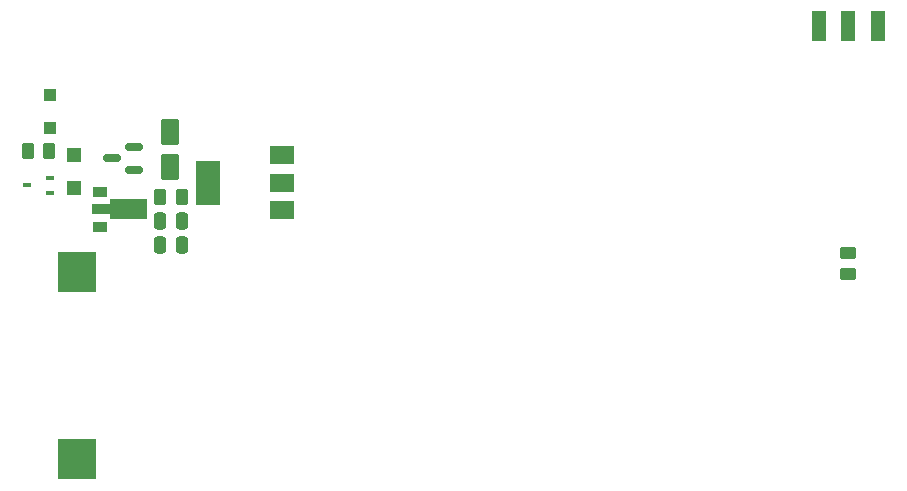
<source format=gbr>
%TF.GenerationSoftware,KiCad,Pcbnew,6.0.2+dfsg-1*%
%TF.CreationDate,2023-06-29T12:19:05-06:00*%
%TF.ProjectId,SpectDroneControl,53706563-7444-4726-9f6e-65436f6e7472,rev?*%
%TF.SameCoordinates,PXbc941f8PY5f519c8*%
%TF.FileFunction,Paste,Top*%
%TF.FilePolarity,Positive*%
%FSLAX46Y46*%
G04 Gerber Fmt 4.6, Leading zero omitted, Abs format (unit mm)*
G04 Created by KiCad (PCBNEW 6.0.2+dfsg-1) date 2023-06-29 12:19:05*
%MOMM*%
%LPD*%
G01*
G04 APERTURE LIST*
G04 Aperture macros list*
%AMRoundRect*
0 Rectangle with rounded corners*
0 $1 Rounding radius*
0 $2 $3 $4 $5 $6 $7 $8 $9 X,Y pos of 4 corners*
0 Add a 4 corners polygon primitive as box body*
4,1,4,$2,$3,$4,$5,$6,$7,$8,$9,$2,$3,0*
0 Add four circle primitives for the rounded corners*
1,1,$1+$1,$2,$3*
1,1,$1+$1,$4,$5*
1,1,$1+$1,$6,$7*
1,1,$1+$1,$8,$9*
0 Add four rect primitives between the rounded corners*
20,1,$1+$1,$2,$3,$4,$5,0*
20,1,$1+$1,$4,$5,$6,$7,0*
20,1,$1+$1,$6,$7,$8,$9,0*
20,1,$1+$1,$8,$9,$2,$3,0*%
%AMFreePoly0*
4,1,9,3.862500,-0.866500,0.737500,-0.866500,0.737500,-0.450000,-0.737500,-0.450000,-0.737500,0.450000,0.737500,0.450000,0.737500,0.866500,3.862500,0.866500,3.862500,-0.866500,3.862500,-0.866500,$1*%
G04 Aperture macros list end*
%ADD10RoundRect,0.250000X0.450000X-0.262500X0.450000X0.262500X-0.450000X0.262500X-0.450000X-0.262500X0*%
%ADD11R,1.100000X1.100000*%
%ADD12R,0.700000X0.450000*%
%ADD13R,3.300000X3.500000*%
%ADD14R,2.000000X1.500000*%
%ADD15R,2.000000X3.800000*%
%ADD16RoundRect,0.250000X-0.550000X0.850000X-0.550000X-0.850000X0.550000X-0.850000X0.550000X0.850000X0*%
%ADD17RoundRect,0.250000X-0.250000X-0.475000X0.250000X-0.475000X0.250000X0.475000X-0.250000X0.475000X0*%
%ADD18RoundRect,0.250000X0.250000X0.475000X-0.250000X0.475000X-0.250000X-0.475000X0.250000X-0.475000X0*%
%ADD19R,1.300000X0.900000*%
%ADD20FreePoly0,0.000000*%
%ADD21R,1.250000X2.500000*%
%ADD22RoundRect,0.250000X0.262500X0.450000X-0.262500X0.450000X-0.262500X-0.450000X0.262500X-0.450000X0*%
%ADD23R,1.200000X1.200000*%
%ADD24RoundRect,0.150000X0.587500X0.150000X-0.587500X0.150000X-0.587500X-0.150000X0.587500X-0.150000X0*%
G04 APERTURE END LIST*
D10*
%TO.C,R1*%
X-22860000Y7723500D03*
X-22860000Y9548500D03*
%TD*%
D11*
%TO.C,D2*%
X-90474800Y20063000D03*
X-90474800Y22863000D03*
%TD*%
D12*
%TO.C,Q2*%
X-90440000Y14590000D03*
X-90440000Y15890000D03*
X-92440000Y15240000D03*
%TD*%
D13*
%TO.C,BT1*%
X-88138000Y-7900000D03*
X-88138000Y7900000D03*
%TD*%
D14*
%TO.C,U2*%
X-70814600Y13169900D03*
D15*
X-77114600Y15469900D03*
D14*
X-70814600Y15469900D03*
X-70814600Y17769900D03*
%TD*%
D16*
%TO.C,C2-1*%
X-80327500Y19788000D03*
X-80327500Y16788000D03*
%TD*%
D17*
%TO.C,C2-2*%
X-81148000Y10160000D03*
X-79248000Y10160000D03*
%TD*%
D18*
%TO.C,C3*%
X-79248000Y12192000D03*
X-81148000Y12192000D03*
%TD*%
D19*
%TO.C,U3*%
X-86232000Y14708000D03*
D20*
X-86144500Y13208000D03*
D19*
X-86232000Y11708000D03*
%TD*%
D21*
%TO.C,SW1*%
X-20360000Y28746000D03*
X-22860000Y28746000D03*
X-25360000Y28746000D03*
%TD*%
D22*
%TO.C,R2*%
X-90527500Y18161000D03*
X-92352500Y18161000D03*
%TD*%
D23*
%TO.C,D1*%
X-88392000Y17783000D03*
X-88392000Y14983000D03*
%TD*%
D22*
%TO.C,R3*%
X-79285500Y14224000D03*
X-81110500Y14224000D03*
%TD*%
D24*
%TO.C,Q1*%
X-83327000Y16576000D03*
X-83327000Y18476000D03*
X-85202000Y17526000D03*
%TD*%
M02*

</source>
